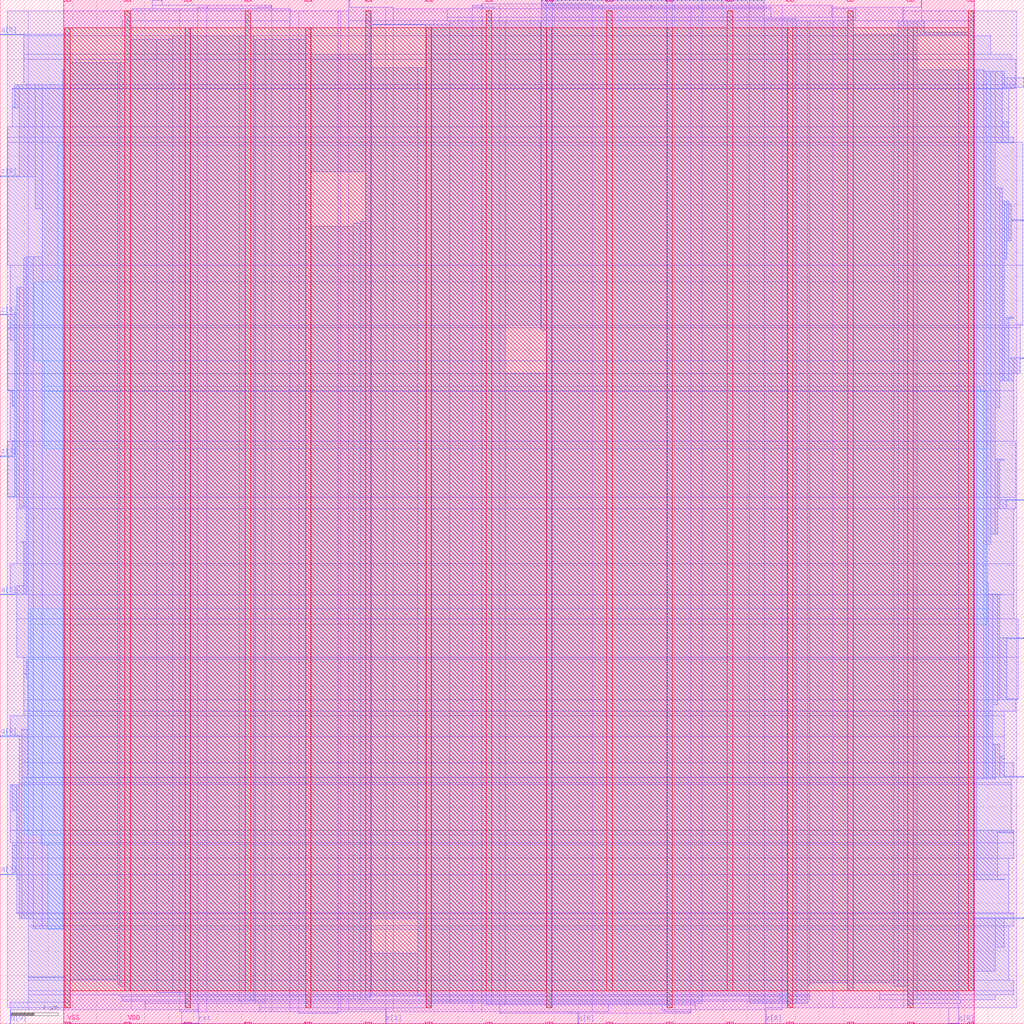
<source format=lef>
VERSION 5.8 ;
BUSBITCHARS "[]" ;
DIVIDERCHAR "/" ;
UNITS
    DATABASE MICRONS 2000 ;
END UNITS

VIA via1_2_1120_340_1_3_300_300
  VIARULE Via1Array-0 ;
  CUTSIZE 0.07 0.07 ;
  LAYERS metal1 via1 metal2 ;
  CUTSPACING 0.08 0.08 ;
  ENCLOSURE 0.035 0.05 0.035 0.035 ;
  ROWCOL 1 3 ;
END via1_2_1120_340_1_3_300_300

VIA via2_3_1120_340_1_3_320_320
  VIARULE Via2Array-0 ;
  CUTSIZE 0.07 0.07 ;
  LAYERS metal2 via2 metal3 ;
  CUTSPACING 0.09 0.09 ;
  ENCLOSURE 0.035 0.035 0.035 0.035 ;
  ROWCOL 1 3 ;
END via2_3_1120_340_1_3_320_320

VIA via3_4_1120_340_1_3_320_320
  VIARULE Via3Array-0 ;
  CUTSIZE 0.07 0.07 ;
  LAYERS metal3 via3 metal4 ;
  CUTSPACING 0.09 0.09 ;
  ENCLOSURE 0.035 0.035 0.035 0.035 ;
  ROWCOL 1 3 ;
END via3_4_1120_340_1_3_320_320

VIA via4_5_1120_340_1_2_600_600
  VIARULE Via4Array-0 ;
  CUTSIZE 0.14 0.14 ;
  LAYERS metal4 via4 metal5 ;
  CUTSPACING 0.16 0.16 ;
  ENCLOSURE 0 0 0 0 ;
  ROWCOL 1 2 ;
END via4_5_1120_340_1_2_600_600

VIA via5_6_1120_340_1_2_600_600
  VIARULE Via5Array-0 ;
  CUTSIZE 0.14 0.14 ;
  LAYERS metal5 via5 metal6 ;
  CUTSPACING 0.16 0.16 ;
  ENCLOSURE 0 0 0.06 0 ;
  ROWCOL 1 2 ;
END via5_6_1120_340_1_2_600_600

MACRO enfasi
  FOREIGN enfasi 0 0 ;
  CLASS BLOCK ;
  SIZE 85 BY 85 ;
  PIN clk
    DIRECTION INPUT ;
    USE SIGNAL ;
    PORT
      LAYER metal3 ;
        RECT  84.93 31.955 85 32.025 ;
    END
  END clk
  PIN q[0]
    DIRECTION OUTPUT ;
    USE SIGNAL ;
    PORT
      LAYER metal3 ;
        RECT  0 23.835 0.07 23.905 ;
    END
  END q[0]
  PIN q[10]
    DIRECTION OUTPUT ;
    USE SIGNAL ;
    PORT
      LAYER metal2 ;
        RECT  60.48 84.93 60.55 85 ;
    END
  END q[10]
  PIN q[11]
    DIRECTION OUTPUT ;
    USE SIGNAL ;
    PORT
      LAYER metal3 ;
        RECT  84.93 8.715 85 8.785 ;
    END
  END q[11]
  PIN q[1]
    DIRECTION OUTPUT ;
    USE SIGNAL ;
    PORT
      LAYER metal3 ;
        RECT  84.93 78.435 85 78.505 ;
    END
  END q[1]
  PIN q[2]
    DIRECTION OUTPUT ;
    USE SIGNAL ;
    PORT
      LAYER metal2 ;
        RECT  13.36 84.93 13.43 85 ;
    END
  END q[2]
  PIN q[3]
    DIRECTION OUTPUT ;
    USE SIGNAL ;
    PORT
      LAYER metal3 ;
        RECT  0 35.595 0.07 35.665 ;
    END
  END q[3]
  PIN q[4]
    DIRECTION OUTPUT ;
    USE SIGNAL ;
    PORT
      LAYER metal2 ;
        RECT  76.44 84.93 76.51 85 ;
    END
  END q[4]
  PIN q[5]
    DIRECTION OUTPUT ;
    USE SIGNAL ;
    PORT
      LAYER metal3 ;
        RECT  0 82.075 0.07 82.145 ;
    END
  END q[5]
  PIN q[6]
    DIRECTION OUTPUT ;
    USE SIGNAL ;
    PORT
      LAYER metal2 ;
        RECT  47.94 0 48.01 0.07 ;
    END
  END q[6]
  PIN q[7]
    DIRECTION OUTPUT ;
    USE SIGNAL ;
    PORT
      LAYER metal3 ;
        RECT  0 12.355 0.07 12.425 ;
    END
  END q[7]
  PIN q[8]
    DIRECTION OUTPUT ;
    USE SIGNAL ;
    PORT
      LAYER metal2 ;
        RECT  79.48 0 79.55 0.07 ;
    END
  END q[8]
  PIN q[9]
    DIRECTION OUTPUT ;
    USE SIGNAL ;
    PORT
      LAYER metal2 ;
        RECT  0.82 0 0.89 0.07 ;
    END
  END q[9]
  PIN rst
    DIRECTION INPUT ;
    USE SIGNAL ;
    PORT
      LAYER metal2 ;
        RECT  16.4 0 16.47 0.07 ;
    END
  END rst
  PIN z[0]
    DIRECTION INPUT ;
    USE SIGNAL ;
    PORT
      LAYER metal2 ;
        RECT  28.94 84.93 29.01 85 ;
    END
  END z[0]
  PIN z[10]
    DIRECTION INPUT ;
    USE SIGNAL ;
    PORT
      LAYER metal3 ;
        RECT  84.93 20.475 85 20.545 ;
    END
  END z[10]
  PIN z[1]
    DIRECTION INPUT ;
    USE SIGNAL ;
    PORT
      LAYER metal2 ;
        RECT  31.98 0 32.05 0.07 ;
    END
  END z[1]
  PIN z[2]
    DIRECTION INPUT ;
    USE SIGNAL ;
    PORT
      LAYER metal3 ;
        RECT  84.93 55.195 85 55.265 ;
    END
  END z[2]
  PIN z[3]
    DIRECTION INPUT ;
    USE SIGNAL ;
    PORT
      LAYER metal3 ;
        RECT  84.93 66.675 85 66.745 ;
    END
  END z[3]
  PIN z[4]
    DIRECTION INPUT ;
    USE SIGNAL ;
    PORT
      LAYER metal3 ;
        RECT  0 58.835 0.07 58.905 ;
    END
  END z[4]
  PIN z[5]
    DIRECTION INPUT ;
    USE SIGNAL ;
    PORT
      LAYER metal2 ;
        RECT  44.9 84.93 44.97 85 ;
    END
  END z[5]
  PIN z[6]
    DIRECTION INPUT ;
    USE SIGNAL ;
    PORT
      LAYER metal2 ;
        RECT  63.52 0 63.59 0.07 ;
    END
  END z[6]
  PIN z[7]
    DIRECTION INPUT ;
    USE SIGNAL ;
    PORT
      LAYER metal3 ;
        RECT  0 47.075 0.07 47.145 ;
    END
  END z[7]
  PIN z[8]
    DIRECTION INPUT ;
    USE SIGNAL ;
    PORT
      LAYER metal3 ;
        RECT  0 70.315 0.07 70.385 ;
    END
  END z[8]
  PIN z[9]
    DIRECTION INPUT ;
    USE SIGNAL ;
    PORT
      LAYER metal3 ;
        RECT  84.93 43.435 85 43.505 ;
    END
  END z[9]
  PIN VSS
    DIRECTION INOUT ;
    USE GROUND ;
    PORT
      LAYER metal6 ;
        RECT  75.29 84.86 75.85 85 ;
        RECT  75.29 0 75.85 0.14 ;
        RECT  65.29 84.86 65.85 85 ;
        RECT  65.29 0 65.85 0.14 ;
        RECT  55.29 84.86 55.85 85 ;
        RECT  55.29 0 55.85 0.14 ;
        RECT  45.29 84.86 45.85 85 ;
        RECT  45.29 0 45.85 0.14 ;
        RECT  35.29 84.86 35.85 85 ;
        RECT  35.29 0 35.85 0.14 ;
        RECT  25.29 84.86 25.85 85 ;
        RECT  25.29 0 25.85 0.14 ;
        RECT  15.29 84.86 15.85 85 ;
        RECT  15.29 0 15.85 0.14 ;
        RECT  5.29 84.86 5.85 85 ;
        RECT  5.29 0 5.85 0.14 ;
    END
  END VSS
  PIN VDD
    DIRECTION INOUT ;
    USE POWER ;
    PORT
      LAYER metal6 ;
        RECT  80.29 84.86 80.85 85 ;
        RECT  80.29 0 80.85 0.14 ;
        RECT  70.29 84.86 70.85 85 ;
        RECT  70.29 0 70.85 0.14 ;
        RECT  60.29 84.86 60.85 85 ;
        RECT  60.29 0 60.85 0.14 ;
        RECT  50.29 84.86 50.85 85 ;
        RECT  50.29 0 50.85 0.14 ;
        RECT  40.29 84.86 40.85 85 ;
        RECT  40.29 0 40.85 0.14 ;
        RECT  30.29 84.86 30.85 85 ;
        RECT  30.29 0 30.85 0.14 ;
        RECT  20.29 84.86 20.85 85 ;
        RECT  20.29 0 20.85 0.14 ;
        RECT  10.29 84.86 10.85 85 ;
        RECT  10.29 0 10.85 0.14 ;
    END
  END VDD
  OBS
    LAYER metal1 ;
     RECT  0.57 1.315 2.34 84.085 ;
     RECT  2.34 1.155 10.89 84.085 ;
     RECT  10.89 1.155 14.88 84.245 ;
     RECT  14.88 1.015 16.4 84.245 ;
     RECT  16.4 1.015 17.16 84.385 ;
     RECT  17.16 1.015 22.55 84.525 ;
     RECT  22.55 1.015 24.07 84.245 ;
     RECT  24.07 1.015 24.76 84.085 ;
     RECT  24.76 0.875 28.06 84.085 ;
     RECT  28.06 1.015 28.25 84.085 ;
     RECT  28.25 1.155 28.94 84.085 ;
     RECT  28.94 1.155 31.98 84.385 ;
     RECT  31.98 1.015 32.62 84.385 ;
     RECT  32.62 1.015 39.2 84.245 ;
     RECT  39.2 1.015 39.96 84.525 ;
     RECT  39.96 1.015 41.48 84.665 ;
     RECT  41.48 0.875 49.15 84.665 ;
     RECT  49.15 0.875 57.32 84.525 ;
     RECT  57.32 1.155 64.92 84.525 ;
     RECT  64.92 1.315 69.1 84.525 ;
     RECT  69.1 1.315 74.99 84.385 ;
     RECT  74.99 1.315 84.36 84.085 ;
     RECT  84.36 57.995 84.87 58.065 ;
    LAYER metal2 ;
     RECT  15.07 0 16.28 0.035 ;
     RECT  78.72 0 79.36 0.035 ;
     RECT  47.94 0.035 48.01 0.875 ;
     RECT  15.07 0.035 16.47 1.015 ;
     RECT  24.76 0.875 28.06 1.015 ;
     RECT  31.98 0.035 32.05 1.015 ;
     RECT  41.48 0.875 41.55 1.015 ;
     RECT  47.37 0.875 48.01 1.015 ;
     RECT  57.25 0.875 57.32 1.015 ;
     RECT  0.82 0.035 0.89 1.155 ;
     RECT  14.88 1.015 16.47 1.155 ;
     RECT  55.16 1.015 57.32 1.155 ;
     RECT  63.52 0.035 63.59 1.155 ;
     RECT  0.82 1.155 2.41 1.33 ;
     RECT  21.53 1.015 32.05 1.33 ;
     RECT  63.52 1.155 64.92 1.33 ;
     RECT  78.72 0.035 79.55 1.33 ;
     RECT  41.48 1.015 50.48 1.575 ;
     RECT  54.97 1.155 57.7 1.575 ;
     RECT  12.03 1.155 16.47 1.715 ;
     RECT  21.53 1.33 35.8 1.715 ;
     RECT  40.34 1.575 57.7 1.715 ;
     RECT  63.52 1.33 65.8 1.715 ;
     RECT  75.34 1.33 79.55 1.715 ;
     RECT  0.82 1.33 5.8 1.785 ;
     RECT  12.03 1.715 57.7 1.855 ;
     RECT  62.19 1.715 65.8 1.855 ;
     RECT  10.13 1.855 65.8 1.995 ;
     RECT  75.34 1.715 79.74 1.995 ;
     RECT  10.13 1.995 67.2 2.275 ;
     RECT  2.34 1.785 5.8 2.415 ;
     RECT  9.94 2.275 67.2 2.415 ;
     RECT  73.02 1.995 82.59 2.415 ;
     RECT  2.34 2.415 67.2 2.73 ;
     RECT  73.02 2.415 84.11 2.73 ;
     RECT  2.34 2.73 84.11 3.605 ;
     RECT  2.34 3.605 83.73 8.155 ;
     RECT  2.34 8.155 84.11 8.715 ;
     RECT  1.58 8.715 84.11 9.135 ;
     RECT  1.39 9.135 84.11 9.205 ;
     RECT  1.39 9.205 83.73 12.355 ;
     RECT  1.01 12.355 83.73 13.755 ;
     RECT  1.01 13.755 84.11 15.015 ;
     RECT  0.82 15.015 84.11 16.065 ;
     RECT  0.82 16.065 83.92 19.845 ;
     RECT  1.58 19.845 83.92 19.985 ;
     RECT  1.77 19.985 83.92 20.475 ;
     RECT  1.77 20.475 84.11 21.665 ;
     RECT  1.77 21.665 83.35 23.835 ;
     RECT  0.82 23.835 83.35 25.585 ;
     RECT  1.96 25.585 83.35 25.935 ;
     RECT  1.96 25.935 84.3 26.915 ;
     RECT  1.96 26.915 84.49 30.415 ;
     RECT  1.39 30.415 84.49 33.635 ;
     RECT  1.39 33.635 84.11 35.595 ;
     RECT  0.82 35.595 84.11 38.185 ;
     RECT  1.39 38.185 84.11 42.735 ;
     RECT  1.39 42.735 84.3 43.715 ;
     RECT  0.63 43.715 84.3 48.335 ;
     RECT  0.82 48.335 84.11 52.535 ;
     RECT  0.63 52.535 84.11 53.935 ;
     RECT  0.63 53.935 84.68 57.785 ;
     RECT  0.82 57.785 84.68 57.995 ;
     RECT  0.82 57.995 84.87 62.965 ;
     RECT  0.63 62.965 84.87 73.185 ;
     RECT  0.63 73.185 84.11 73.605 ;
     RECT  0.63 73.605 83.73 74.445 ;
     RECT  1.01 74.445 83.73 77.595 ;
     RECT  1.01 77.595 84.11 77.665 ;
     RECT  1.39 77.665 84.3 77.945 ;
     RECT  1.96 77.945 84.3 80.045 ;
     RECT  1.96 80.045 83.92 80.465 ;
     RECT  1.96 80.465 82.21 82.005 ;
     RECT  1.96 82.005 5.8 82.145 ;
     RECT  5.34 82.145 5.8 82.67 ;
     RECT  10.13 82.005 80.8 82.67 ;
     RECT  10.13 82.67 24.07 83.265 ;
     RECT  28.94 82.67 80.8 83.265 ;
     RECT  37.11 83.265 71 83.545 ;
     RECT  10.34 83.265 24.07 84.07 ;
     RECT  80.34 83.265 80.8 84.07 ;
     RECT  10.89 84.07 24.07 84.245 ;
     RECT  37.11 83.545 63.97 84.245 ;
     RECT  69.03 83.545 71 84.245 ;
     RECT  21.34 84.245 22.55 84.385 ;
     RECT  28.94 83.265 32.62 84.385 ;
     RECT  39.2 84.245 40.98 84.385 ;
     RECT  44.9 84.245 63.97 84.385 ;
     RECT  74.92 83.265 76.51 84.385 ;
     RECT  12.6 84.245 17.23 84.525 ;
     RECT  22.48 84.385 22.55 84.525 ;
     RECT  39.2 84.385 40.03 84.525 ;
     RECT  44.9 84.385 49.72 84.525 ;
     RECT  54.02 84.385 54.09 84.525 ;
     RECT  69.03 84.245 69.1 84.525 ;
     RECT  39.96 84.525 40.03 84.665 ;
     RECT  44.9 84.525 49.15 84.665 ;
     RECT  59.91 84.385 63.4 84.945 ;
     RECT  12.6 84.525 13.43 84.965 ;
     RECT  28.94 84.385 29.01 84.965 ;
     RECT  44.9 84.665 44.97 84.965 ;
     RECT  59.91 84.945 60.55 84.965 ;
     RECT  76.44 84.385 76.51 84.965 ;
     RECT  12.6 84.965 13.24 85 ;
     RECT  59.91 84.965 60.36 85 ;
    LAYER metal3 ;
     RECT  0.035 58.835 0.63 58.905 ;
     RECT  0.63 57.715 0.82 58.905 ;
     RECT  0.035 12.355 1.01 12.425 ;
     RECT  0.82 19.775 1.01 19.845 ;
     RECT  0.035 47.075 1.01 47.145 ;
     RECT  0.63 52.535 1.01 52.605 ;
     RECT  0.63 43.715 1.2 43.785 ;
     RECT  1.01 47.075 1.2 48.405 ;
     RECT  1.01 51.275 1.2 52.605 ;
     RECT  0.82 56.735 1.2 58.905 ;
     RECT  1.01 76.055 1.2 76.125 ;
     RECT  1.01 12.355 1.39 14.805 ;
     RECT  1.01 17.675 1.39 19.845 ;
     RECT  0.035 35.595 1.39 35.665 ;
     RECT  1.2 43.715 1.39 58.905 ;
     RECT  1.39 11.935 1.58 19.845 ;
     RECT  0.035 23.835 1.58 23.905 ;
     RECT  1.39 43.715 1.58 61.145 ;
     RECT  0.035 70.315 1.58 70.385 ;
     RECT  1.2 76.055 1.58 77.945 ;
     RECT  1.58 8.715 1.77 23.905 ;
     RECT  1.39 35.595 1.96 36.365 ;
     RECT  1.77 39.935 1.96 40.005 ;
     RECT  1.58 42.875 1.96 61.145 ;
     RECT  0.035 82.075 2.03 82.145 ;
     RECT  1.96 29.015 2.15 29.085 ;
     RECT  1.96 35.595 2.15 40.005 ;
     RECT  1.96 42.875 2.15 63.525 ;
     RECT  1.77 8.715 2.34 24.465 ;
     RECT  2.15 28.735 2.34 30.205 ;
     RECT  2.15 35.595 2.34 63.665 ;
     RECT  2.34 8.715 2.72 63.665 ;
     RECT  1.58 70.315 2.91 77.945 ;
     RECT  2.72 7.875 3.48 63.665 ;
     RECT  2.91 67.655 3.48 77.945 ;
     RECT  3.48 7.875 5.19 77.945 ;
     RECT  2.34 3.815 5.34 3.885 ;
     RECT  5.19 7.875 5.34 79.205 ;
     RECT  5.34 1.33 5.8 82.67 ;
     RECT  5.8 3.675 9.75 79.765 ;
     RECT  9.75 3.255 9.94 79.765 ;
     RECT  9.94 3.115 10.34 79.765 ;
     RECT  10.34 2.73 10.8 84.07 ;
     RECT  10.8 2.73 12.98 81.725 ;
     RECT  12.98 2.555 14.31 81.725 ;
     RECT  14.31 2.555 15.34 82.005 ;
     RECT  15.34 1.33 15.8 82.67 ;
     RECT  15.8 1.995 19.82 82.005 ;
     RECT  19.82 1.855 20.34 82.005 ;
     RECT  20.34 1.855 20.8 84.07 ;
     RECT  20.8 1.855 21.03 82.005 ;
     RECT  21.03 1.855 21.15 81.725 ;
     RECT  21.15 1.715 21.98 81.725 ;
     RECT  21.98 1.995 25.34 81.725 ;
     RECT  25.34 1.33 25.8 82.67 ;
     RECT  25.8 1.995 29.32 66.185 ;
     RECT  29.32 1.995 29.89 66.465 ;
     RECT  29.89 1.995 30.34 66.605 ;
     RECT  25.8 70.735 30.34 80.465 ;
     RECT  30.34 1.995 30.72 84.07 ;
     RECT  30.72 2.275 30.8 84.07 ;
     RECT  30.8 2.275 34.64 5.845 ;
     RECT  30.8 8.715 34.64 79.345 ;
     RECT  34.64 2.275 35.34 79.345 ;
     RECT  30.8 82.915 35.34 82.985 ;
     RECT  35.34 1.33 35.8 82.985 ;
     RECT  35.8 1.715 37.3 82.985 ;
     RECT  37.3 1.715 40.34 83.265 ;
     RECT  40.34 1.575 40.8 84.07 ;
     RECT  40.8 1.575 41.93 83.265 ;
     RECT  41.93 57.995 44.86 83.265 ;
     RECT  44.86 57.715 44.9 83.265 ;
     RECT  41.93 1.575 45.34 54.005 ;
     RECT  44.9 57.575 45.34 84.945 ;
     RECT  45.34 1.33 45.8 84.945 ;
     RECT  45.8 1.575 55.34 84.945 ;
     RECT  55.34 1.33 55.8 84.945 ;
     RECT  55.8 1.715 58.27 84.945 ;
     RECT  58.27 2.275 62.19 84.945 ;
     RECT  62.19 1.715 63.4 84.945 ;
     RECT  63.4 1.715 65.34 83.405 ;
     RECT  65.34 1.33 65.8 83.405 ;
     RECT  65.8 1.715 66.06 83.405 ;
     RECT  66.06 1.715 67.01 83.265 ;
     RECT  67.01 3.255 67.2 83.265 ;
     RECT  67.2 3.395 70.34 83.265 ;
     RECT  70.34 2.73 70.8 84.07 ;
     RECT  70.8 3.395 74.16 82.145 ;
     RECT  74.16 3.115 74.54 82.145 ;
     RECT  74.54 3.115 75.34 83.265 ;
     RECT  75.34 1.33 75.8 83.265 ;
     RECT  75.8 1.995 76.13 83.265 ;
     RECT  76.13 82.075 76.7 83.265 ;
     RECT  76.13 1.995 79.55 79.205 ;
     RECT  79.55 2.73 80.34 79.205 ;
     RECT  76.7 82.075 80.34 82.285 ;
     RECT  80.34 2.73 80.8 84.07 ;
     RECT  80.8 11.935 81.07 79.205 ;
     RECT  81.07 20.335 81.64 79.205 ;
     RECT  81.64 20.335 81.83 79.065 ;
     RECT  81.83 20.335 82.02 36.645 ;
     RECT  81.83 39.795 82.21 79.065 ;
     RECT  82.02 20.335 82.4 35.665 ;
     RECT  80.8 4.375 82.59 8.785 ;
     RECT  82.4 20.335 82.59 23.205 ;
     RECT  82.21 40.635 82.59 79.065 ;
     RECT  81.07 11.935 82.78 16.065 ;
     RECT  82.4 26.495 82.78 35.665 ;
     RECT  82.59 40.635 82.78 46.865 ;
     RECT  82.78 15.855 82.97 16.065 ;
     RECT  82.59 20.475 82.97 23.205 ;
     RECT  82.78 26.915 82.97 35.665 ;
     RECT  82.78 42.735 82.97 46.865 ;
     RECT  82.59 51.135 82.97 69.405 ;
     RECT  82.97 35.595 83.16 35.665 ;
     RECT  82.97 53.375 83.16 69.405 ;
     RECT  82.59 73.115 83.16 79.065 ;
     RECT  82.59 6.335 83.35 8.785 ;
     RECT  82.78 11.935 83.35 12.005 ;
     RECT  82.97 20.475 83.35 22.225 ;
     RECT  82.97 46.795 83.35 46.865 ;
     RECT  83.16 53.375 83.35 68.285 ;
     RECT  83.16 77.735 83.35 79.065 ;
     RECT  82.97 26.915 83.54 32.025 ;
     RECT  82.97 42.735 83.54 43.505 ;
     RECT  83.35 63.455 83.54 68.285 ;
     RECT  83.35 53.375 83.73 58.625 ;
     RECT  83.54 64.995 83.73 68.285 ;
     RECT  83.16 73.115 83.73 74.865 ;
     RECT  83.73 64.995 83.92 68.005 ;
     RECT  82.97 15.855 84.11 15.925 ;
     RECT  83.73 53.375 84.11 55.265 ;
     RECT  83.73 58.555 84.11 58.625 ;
     RECT  83.73 73.115 84.11 73.185 ;
     RECT  83.54 26.915 84.49 26.985 ;
     RECT  84.11 53.935 84.68 55.265 ;
     RECT  83.35 8.715 84.965 8.785 ;
     RECT  83.35 20.475 84.965 20.545 ;
     RECT  83.54 31.955 84.965 32.025 ;
     RECT  83.54 43.435 84.965 43.505 ;
     RECT  84.68 55.195 84.965 55.265 ;
     RECT  83.92 66.675 84.965 66.745 ;
     RECT  83.35 77.735 84.965 78.505 ;
     RECT  84.965 77.735 85 78.365 ;
    LAYER metal4 ;
     RECT  65.34 1.33 65.8 2.1 ;
     RECT  5.34 1.33 5.8 2.73 ;
     RECT  15.34 1.33 15.8 2.73 ;
     RECT  25.34 1.33 25.8 2.73 ;
     RECT  35.34 1.33 35.8 2.73 ;
     RECT  45.34 1.33 45.8 2.73 ;
     RECT  55.34 1.33 55.8 2.73 ;
     RECT  64.705 2.1 65.8 2.73 ;
     RECT  75.34 1.33 75.8 2.73 ;
     RECT  5.34 2.73 80.8 7.84 ;
     RECT  3.945 7.84 80.8 14.84 ;
     RECT  3.385 14.84 80.8 15.68 ;
     RECT  1.985 15.68 80.8 20.44 ;
     RECT  2.265 20.44 80.8 30.24 ;
     RECT  2.545 30.24 80.8 33.18 ;
     RECT  2.545 33.18 81.925 34.44 ;
     RECT  5.34 34.44 81.925 47.74 ;
     RECT  3.665 47.74 81.925 52.5 ;
     RECT  3.665 52.5 81.365 52.92 ;
     RECT  3.665 52.92 80.8 55.02 ;
     RECT  2.825 55.02 80.8 61.6 ;
     RECT  4.785 61.6 80.8 72.94 ;
     RECT  5.34 72.94 80.8 82.67 ;
     RECT  10.34 82.67 10.8 84.07 ;
     RECT  20.34 82.67 20.8 84.07 ;
     RECT  30.34 82.67 30.8 84.07 ;
     RECT  40.34 82.67 40.8 84.07 ;
     RECT  50.34 82.67 50.8 84.07 ;
     RECT  60.34 82.67 60.8 84.07 ;
     RECT  70.34 82.67 70.8 84.07 ;
     RECT  80.34 82.67 80.8 84.07 ;
    LAYER metal5 ;
     RECT  5.35 1.33 5.79 82.67 ;
     RECT  5.79 2.73 10.35 82.67 ;
     RECT  10.35 2.73 10.79 84.07 ;
     RECT  10.79 2.73 15.35 82.67 ;
     RECT  15.35 1.33 15.79 82.67 ;
     RECT  15.79 2.73 20.35 82.67 ;
     RECT  20.35 2.73 20.79 84.07 ;
     RECT  20.79 2.73 25.35 82.67 ;
     RECT  25.35 1.33 25.79 82.67 ;
     RECT  25.79 2.73 30.35 82.67 ;
     RECT  30.35 2.73 30.79 84.07 ;
     RECT  30.79 2.73 35.35 82.67 ;
     RECT  35.35 1.33 35.79 82.67 ;
     RECT  35.79 2.73 40.35 82.67 ;
     RECT  40.35 2.73 40.79 84.07 ;
     RECT  40.79 2.73 45.35 82.67 ;
     RECT  45.35 1.33 45.79 82.67 ;
     RECT  45.79 2.73 50.35 82.67 ;
     RECT  50.35 2.73 50.79 84.07 ;
     RECT  50.79 2.73 55.35 82.67 ;
     RECT  55.35 1.33 55.79 82.67 ;
     RECT  55.79 2.73 60.35 82.67 ;
     RECT  60.35 2.73 60.79 84.07 ;
     RECT  60.79 2.73 65.35 82.67 ;
     RECT  65.35 1.33 65.79 82.67 ;
     RECT  65.79 2.73 70.35 82.67 ;
     RECT  70.35 2.73 70.79 84.07 ;
     RECT  70.79 2.73 75.35 82.67 ;
     RECT  75.35 1.33 75.79 82.67 ;
     RECT  75.79 2.73 80.35 82.67 ;
     RECT  80.35 2.73 80.79 84.07 ;
    LAYER metal6 ;
     RECT  5.29 0 80.85 85 ;
  END
END enfasi
END LIBRARY

</source>
